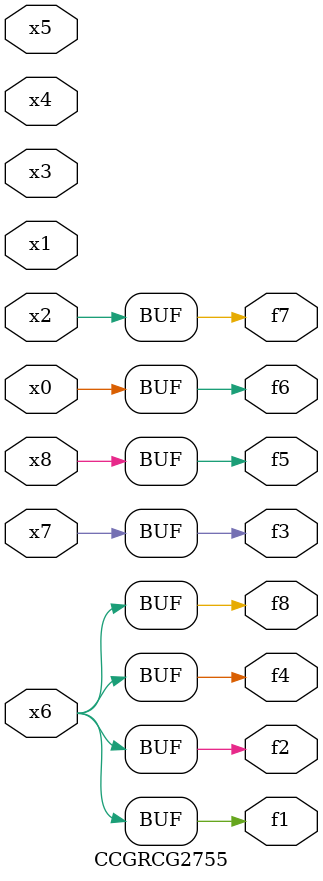
<source format=v>
module CCGRCG2755(
	input x0, x1, x2, x3, x4, x5, x6, x7, x8,
	output f1, f2, f3, f4, f5, f6, f7, f8
);
	assign f1 = x6;
	assign f2 = x6;
	assign f3 = x7;
	assign f4 = x6;
	assign f5 = x8;
	assign f6 = x0;
	assign f7 = x2;
	assign f8 = x6;
endmodule

</source>
